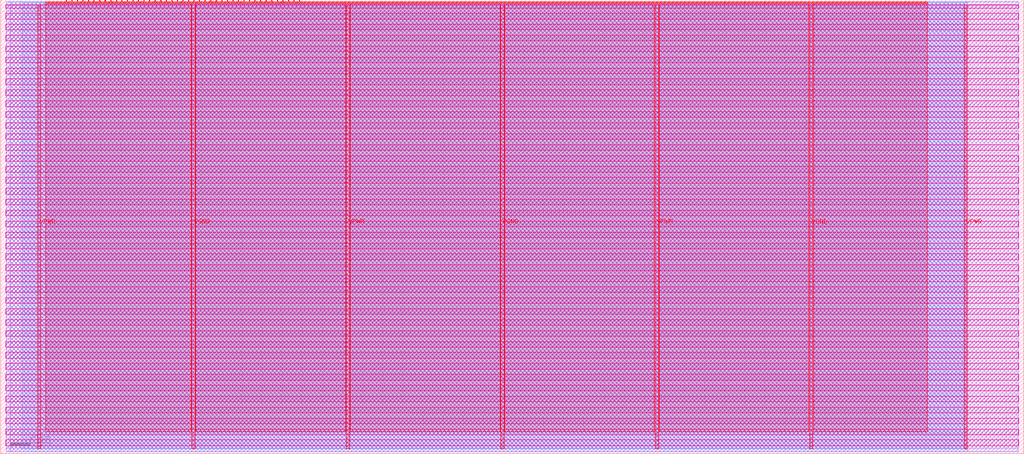
<source format=lef>
VERSION 5.7 ;
  NOWIREEXTENSIONATPIN ON ;
  DIVIDERCHAR "/" ;
  BUSBITCHARS "[]" ;
MACRO tt_um_no_time_for_squares_tommythorn_dup
  CLASS BLOCK ;
  FOREIGN tt_um_no_time_for_squares_tommythorn_dup ;
  ORIGIN 0.000 0.000 ;
  SIZE 508.760 BY 225.760 ;
  PIN VGND
    DIRECTION INOUT ;
    USE GROUND ;
    PORT
      LAYER met4 ;
        RECT 95.080 2.480 96.680 223.280 ;
    END
    PORT
      LAYER met4 ;
        RECT 248.680 2.480 250.280 223.280 ;
    END
    PORT
      LAYER met4 ;
        RECT 402.280 2.480 403.880 223.280 ;
    END
  END VGND
  PIN VPWR
    DIRECTION INOUT ;
    USE POWER ;
    PORT
      LAYER met4 ;
        RECT 18.280 2.480 19.880 223.280 ;
    END
    PORT
      LAYER met4 ;
        RECT 171.880 2.480 173.480 223.280 ;
    END
    PORT
      LAYER met4 ;
        RECT 325.480 2.480 327.080 223.280 ;
    END
    PORT
      LAYER met4 ;
        RECT 479.080 2.480 480.680 223.280 ;
    END
  END VPWR
  PIN clk
    DIRECTION INPUT ;
    USE SIGNAL ;
    ANTENNAGATEAREA 0.852000 ;
    PORT
      LAYER met4 ;
        RECT 145.670 224.760 145.970 225.760 ;
    END
  END clk
  PIN ena
    DIRECTION INPUT ;
    USE SIGNAL ;
    PORT
      LAYER met4 ;
        RECT 148.430 224.760 148.730 225.760 ;
    END
  END ena
  PIN rst_n
    DIRECTION INPUT ;
    USE SIGNAL ;
    ANTENNAGATEAREA 0.247500 ;
    PORT
      LAYER met4 ;
        RECT 142.910 224.760 143.210 225.760 ;
    END
  END rst_n
  PIN ui_in[0]
    DIRECTION INPUT ;
    USE SIGNAL ;
    ANTENNAGATEAREA 0.126000 ;
    PORT
      LAYER met4 ;
        RECT 140.150 224.760 140.450 225.760 ;
    END
  END ui_in[0]
  PIN ui_in[1]
    DIRECTION INPUT ;
    USE SIGNAL ;
    ANTENNAGATEAREA 0.159000 ;
    PORT
      LAYER met4 ;
        RECT 137.390 224.760 137.690 225.760 ;
    END
  END ui_in[1]
  PIN ui_in[2]
    DIRECTION INPUT ;
    USE SIGNAL ;
    ANTENNAGATEAREA 0.126000 ;
    PORT
      LAYER met4 ;
        RECT 134.630 224.760 134.930 225.760 ;
    END
  END ui_in[2]
  PIN ui_in[3]
    DIRECTION INPUT ;
    USE SIGNAL ;
    ANTENNAGATEAREA 0.126000 ;
    PORT
      LAYER met4 ;
        RECT 131.870 224.760 132.170 225.760 ;
    END
  END ui_in[3]
  PIN ui_in[4]
    DIRECTION INPUT ;
    USE SIGNAL ;
    PORT
      LAYER met4 ;
        RECT 129.110 224.760 129.410 225.760 ;
    END
  END ui_in[4]
  PIN ui_in[5]
    DIRECTION INPUT ;
    USE SIGNAL ;
    PORT
      LAYER met4 ;
        RECT 126.350 224.760 126.650 225.760 ;
    END
  END ui_in[5]
  PIN ui_in[6]
    DIRECTION INPUT ;
    USE SIGNAL ;
    ANTENNAGATEAREA 0.196500 ;
    PORT
      LAYER met4 ;
        RECT 123.590 224.760 123.890 225.760 ;
    END
  END ui_in[6]
  PIN ui_in[7]
    DIRECTION INPUT ;
    USE SIGNAL ;
    ANTENNAGATEAREA 0.196500 ;
    PORT
      LAYER met4 ;
        RECT 120.830 224.760 121.130 225.760 ;
    END
  END ui_in[7]
  PIN uio_in[0]
    DIRECTION INPUT ;
    USE SIGNAL ;
    PORT
      LAYER met4 ;
        RECT 118.070 224.760 118.370 225.760 ;
    END
  END uio_in[0]
  PIN uio_in[1]
    DIRECTION INPUT ;
    USE SIGNAL ;
    PORT
      LAYER met4 ;
        RECT 115.310 224.760 115.610 225.760 ;
    END
  END uio_in[1]
  PIN uio_in[2]
    DIRECTION INPUT ;
    USE SIGNAL ;
    PORT
      LAYER met4 ;
        RECT 112.550 224.760 112.850 225.760 ;
    END
  END uio_in[2]
  PIN uio_in[3]
    DIRECTION INPUT ;
    USE SIGNAL ;
    PORT
      LAYER met4 ;
        RECT 109.790 224.760 110.090 225.760 ;
    END
  END uio_in[3]
  PIN uio_in[4]
    DIRECTION INPUT ;
    USE SIGNAL ;
    PORT
      LAYER met4 ;
        RECT 107.030 224.760 107.330 225.760 ;
    END
  END uio_in[4]
  PIN uio_in[5]
    DIRECTION INPUT ;
    USE SIGNAL ;
    PORT
      LAYER met4 ;
        RECT 104.270 224.760 104.570 225.760 ;
    END
  END uio_in[5]
  PIN uio_in[6]
    DIRECTION INPUT ;
    USE SIGNAL ;
    PORT
      LAYER met4 ;
        RECT 101.510 224.760 101.810 225.760 ;
    END
  END uio_in[6]
  PIN uio_in[7]
    DIRECTION INPUT ;
    USE SIGNAL ;
    PORT
      LAYER met4 ;
        RECT 98.750 224.760 99.050 225.760 ;
    END
  END uio_in[7]
  PIN uio_oe[0]
    DIRECTION OUTPUT TRISTATE ;
    USE SIGNAL ;
    PORT
      LAYER met4 ;
        RECT 51.830 224.760 52.130 225.760 ;
    END
  END uio_oe[0]
  PIN uio_oe[1]
    DIRECTION OUTPUT TRISTATE ;
    USE SIGNAL ;
    PORT
      LAYER met4 ;
        RECT 49.070 224.760 49.370 225.760 ;
    END
  END uio_oe[1]
  PIN uio_oe[2]
    DIRECTION OUTPUT TRISTATE ;
    USE SIGNAL ;
    PORT
      LAYER met4 ;
        RECT 46.310 224.760 46.610 225.760 ;
    END
  END uio_oe[2]
  PIN uio_oe[3]
    DIRECTION OUTPUT TRISTATE ;
    USE SIGNAL ;
    PORT
      LAYER met4 ;
        RECT 43.550 224.760 43.850 225.760 ;
    END
  END uio_oe[3]
  PIN uio_oe[4]
    DIRECTION OUTPUT TRISTATE ;
    USE SIGNAL ;
    PORT
      LAYER met4 ;
        RECT 40.790 224.760 41.090 225.760 ;
    END
  END uio_oe[4]
  PIN uio_oe[5]
    DIRECTION OUTPUT TRISTATE ;
    USE SIGNAL ;
    PORT
      LAYER met4 ;
        RECT 38.030 224.760 38.330 225.760 ;
    END
  END uio_oe[5]
  PIN uio_oe[6]
    DIRECTION OUTPUT TRISTATE ;
    USE SIGNAL ;
    PORT
      LAYER met4 ;
        RECT 35.270 224.760 35.570 225.760 ;
    END
  END uio_oe[6]
  PIN uio_oe[7]
    DIRECTION OUTPUT TRISTATE ;
    USE SIGNAL ;
    PORT
      LAYER met4 ;
        RECT 32.510 224.760 32.810 225.760 ;
    END
  END uio_oe[7]
  PIN uio_out[0]
    DIRECTION OUTPUT TRISTATE ;
    USE SIGNAL ;
    ANTENNADIFFAREA 0.891000 ;
    PORT
      LAYER met4 ;
        RECT 73.910 224.760 74.210 225.760 ;
    END
  END uio_out[0]
  PIN uio_out[1]
    DIRECTION OUTPUT TRISTATE ;
    USE SIGNAL ;
    ANTENNADIFFAREA 0.891000 ;
    PORT
      LAYER met4 ;
        RECT 71.150 224.760 71.450 225.760 ;
    END
  END uio_out[1]
  PIN uio_out[2]
    DIRECTION OUTPUT TRISTATE ;
    USE SIGNAL ;
    ANTENNADIFFAREA 0.891000 ;
    PORT
      LAYER met4 ;
        RECT 68.390 224.760 68.690 225.760 ;
    END
  END uio_out[2]
  PIN uio_out[3]
    DIRECTION OUTPUT TRISTATE ;
    USE SIGNAL ;
    ANTENNADIFFAREA 0.891000 ;
    PORT
      LAYER met4 ;
        RECT 65.630 224.760 65.930 225.760 ;
    END
  END uio_out[3]
  PIN uio_out[4]
    DIRECTION OUTPUT TRISTATE ;
    USE SIGNAL ;
    ANTENNADIFFAREA 0.891000 ;
    PORT
      LAYER met4 ;
        RECT 62.870 224.760 63.170 225.760 ;
    END
  END uio_out[4]
  PIN uio_out[5]
    DIRECTION OUTPUT TRISTATE ;
    USE SIGNAL ;
    ANTENNADIFFAREA 0.891000 ;
    PORT
      LAYER met4 ;
        RECT 60.110 224.760 60.410 225.760 ;
    END
  END uio_out[5]
  PIN uio_out[6]
    DIRECTION OUTPUT TRISTATE ;
    USE SIGNAL ;
    ANTENNADIFFAREA 0.453750 ;
    PORT
      LAYER met4 ;
        RECT 57.350 224.760 57.650 225.760 ;
    END
  END uio_out[6]
  PIN uio_out[7]
    DIRECTION OUTPUT TRISTATE ;
    USE SIGNAL ;
    ANTENNADIFFAREA 0.891000 ;
    PORT
      LAYER met4 ;
        RECT 54.590 224.760 54.890 225.760 ;
    END
  END uio_out[7]
  PIN uo_out[0]
    DIRECTION OUTPUT TRISTATE ;
    USE SIGNAL ;
    ANTENNADIFFAREA 0.795200 ;
    PORT
      LAYER met4 ;
        RECT 95.990 224.760 96.290 225.760 ;
    END
  END uo_out[0]
  PIN uo_out[1]
    DIRECTION OUTPUT TRISTATE ;
    USE SIGNAL ;
    ANTENNADIFFAREA 0.891000 ;
    PORT
      LAYER met4 ;
        RECT 93.230 224.760 93.530 225.760 ;
    END
  END uo_out[1]
  PIN uo_out[2]
    DIRECTION OUTPUT TRISTATE ;
    USE SIGNAL ;
    ANTENNADIFFAREA 0.891000 ;
    PORT
      LAYER met4 ;
        RECT 90.470 224.760 90.770 225.760 ;
    END
  END uo_out[2]
  PIN uo_out[3]
    DIRECTION OUTPUT TRISTATE ;
    USE SIGNAL ;
    ANTENNADIFFAREA 0.891000 ;
    PORT
      LAYER met4 ;
        RECT 87.710 224.760 88.010 225.760 ;
    END
  END uo_out[3]
  PIN uo_out[4]
    DIRECTION OUTPUT TRISTATE ;
    USE SIGNAL ;
    ANTENNAGATEAREA 0.213000 ;
    ANTENNADIFFAREA 0.445500 ;
    PORT
      LAYER met4 ;
        RECT 84.950 224.760 85.250 225.760 ;
    END
  END uo_out[4]
  PIN uo_out[5]
    DIRECTION OUTPUT TRISTATE ;
    USE SIGNAL ;
    ANTENNAGATEAREA 0.247500 ;
    ANTENNADIFFAREA 0.891000 ;
    PORT
      LAYER met4 ;
        RECT 82.190 224.760 82.490 225.760 ;
    END
  END uo_out[5]
  PIN uo_out[6]
    DIRECTION OUTPUT TRISTATE ;
    USE SIGNAL ;
    ANTENNAGATEAREA 0.247500 ;
    ANTENNADIFFAREA 0.445500 ;
    PORT
      LAYER met4 ;
        RECT 79.430 224.760 79.730 225.760 ;
    END
  END uo_out[6]
  PIN uo_out[7]
    DIRECTION OUTPUT TRISTATE ;
    USE SIGNAL ;
    ANTENNADIFFAREA 0.891000 ;
    PORT
      LAYER met4 ;
        RECT 76.670 224.760 76.970 225.760 ;
    END
  END uo_out[7]
  OBS
      LAYER nwell ;
        RECT 2.570 221.625 506.190 223.230 ;
        RECT 2.570 216.185 506.190 219.015 ;
        RECT 2.570 210.745 506.190 213.575 ;
        RECT 2.570 205.305 506.190 208.135 ;
        RECT 2.570 199.865 506.190 202.695 ;
        RECT 2.570 194.425 506.190 197.255 ;
        RECT 2.570 188.985 506.190 191.815 ;
        RECT 2.570 183.545 506.190 186.375 ;
        RECT 2.570 178.105 506.190 180.935 ;
        RECT 2.570 172.665 506.190 175.495 ;
        RECT 2.570 167.225 506.190 170.055 ;
        RECT 2.570 161.785 506.190 164.615 ;
        RECT 2.570 156.345 506.190 159.175 ;
        RECT 2.570 150.905 506.190 153.735 ;
        RECT 2.570 145.465 506.190 148.295 ;
        RECT 2.570 140.025 506.190 142.855 ;
        RECT 2.570 134.585 506.190 137.415 ;
        RECT 2.570 129.145 506.190 131.975 ;
        RECT 2.570 123.705 506.190 126.535 ;
        RECT 2.570 118.265 506.190 121.095 ;
        RECT 2.570 112.825 506.190 115.655 ;
        RECT 2.570 107.385 506.190 110.215 ;
        RECT 2.570 101.945 506.190 104.775 ;
        RECT 2.570 96.505 506.190 99.335 ;
        RECT 2.570 91.065 506.190 93.895 ;
        RECT 2.570 85.625 506.190 88.455 ;
        RECT 2.570 80.185 506.190 83.015 ;
        RECT 2.570 74.745 506.190 77.575 ;
        RECT 2.570 69.305 506.190 72.135 ;
        RECT 2.570 63.865 506.190 66.695 ;
        RECT 2.570 58.425 506.190 61.255 ;
        RECT 2.570 52.985 506.190 55.815 ;
        RECT 2.570 47.545 506.190 50.375 ;
        RECT 2.570 42.105 506.190 44.935 ;
        RECT 2.570 36.665 506.190 39.495 ;
        RECT 2.570 31.225 506.190 34.055 ;
        RECT 2.570 25.785 506.190 28.615 ;
        RECT 2.570 20.345 506.190 23.175 ;
        RECT 2.570 14.905 506.190 17.735 ;
        RECT 2.570 9.465 506.190 12.295 ;
        RECT 2.570 4.025 506.190 6.855 ;
      LAYER li1 ;
        RECT 2.760 2.635 506.000 223.125 ;
      LAYER met1 ;
        RECT 2.760 1.060 506.000 224.700 ;
      LAYER met2 ;
        RECT 4.700 1.030 480.650 224.730 ;
      LAYER met3 ;
        RECT 10.645 2.555 480.670 224.225 ;
      LAYER met4 ;
        RECT 22.375 224.360 32.110 224.760 ;
        RECT 33.210 224.360 34.870 224.760 ;
        RECT 35.970 224.360 37.630 224.760 ;
        RECT 38.730 224.360 40.390 224.760 ;
        RECT 41.490 224.360 43.150 224.760 ;
        RECT 44.250 224.360 45.910 224.760 ;
        RECT 47.010 224.360 48.670 224.760 ;
        RECT 49.770 224.360 51.430 224.760 ;
        RECT 52.530 224.360 54.190 224.760 ;
        RECT 55.290 224.360 56.950 224.760 ;
        RECT 58.050 224.360 59.710 224.760 ;
        RECT 60.810 224.360 62.470 224.760 ;
        RECT 63.570 224.360 65.230 224.760 ;
        RECT 66.330 224.360 67.990 224.760 ;
        RECT 69.090 224.360 70.750 224.760 ;
        RECT 71.850 224.360 73.510 224.760 ;
        RECT 74.610 224.360 76.270 224.760 ;
        RECT 77.370 224.360 79.030 224.760 ;
        RECT 80.130 224.360 81.790 224.760 ;
        RECT 82.890 224.360 84.550 224.760 ;
        RECT 85.650 224.360 87.310 224.760 ;
        RECT 88.410 224.360 90.070 224.760 ;
        RECT 91.170 224.360 92.830 224.760 ;
        RECT 93.930 224.360 95.590 224.760 ;
        RECT 96.690 224.360 98.350 224.760 ;
        RECT 99.450 224.360 101.110 224.760 ;
        RECT 102.210 224.360 103.870 224.760 ;
        RECT 104.970 224.360 106.630 224.760 ;
        RECT 107.730 224.360 109.390 224.760 ;
        RECT 110.490 224.360 112.150 224.760 ;
        RECT 113.250 224.360 114.910 224.760 ;
        RECT 116.010 224.360 117.670 224.760 ;
        RECT 118.770 224.360 120.430 224.760 ;
        RECT 121.530 224.360 123.190 224.760 ;
        RECT 124.290 224.360 125.950 224.760 ;
        RECT 127.050 224.360 128.710 224.760 ;
        RECT 129.810 224.360 131.470 224.760 ;
        RECT 132.570 224.360 134.230 224.760 ;
        RECT 135.330 224.360 136.990 224.760 ;
        RECT 138.090 224.360 139.750 224.760 ;
        RECT 140.850 224.360 142.510 224.760 ;
        RECT 143.610 224.360 145.270 224.760 ;
        RECT 146.370 224.360 148.030 224.760 ;
        RECT 149.130 224.360 460.625 224.760 ;
        RECT 22.375 223.680 460.625 224.360 ;
        RECT 22.375 11.055 94.680 223.680 ;
        RECT 97.080 11.055 171.480 223.680 ;
        RECT 173.880 11.055 248.280 223.680 ;
        RECT 250.680 11.055 325.080 223.680 ;
        RECT 327.480 11.055 401.880 223.680 ;
        RECT 404.280 11.055 460.625 223.680 ;
  END
END tt_um_no_time_for_squares_tommythorn_dup
END LIBRARY


</source>
